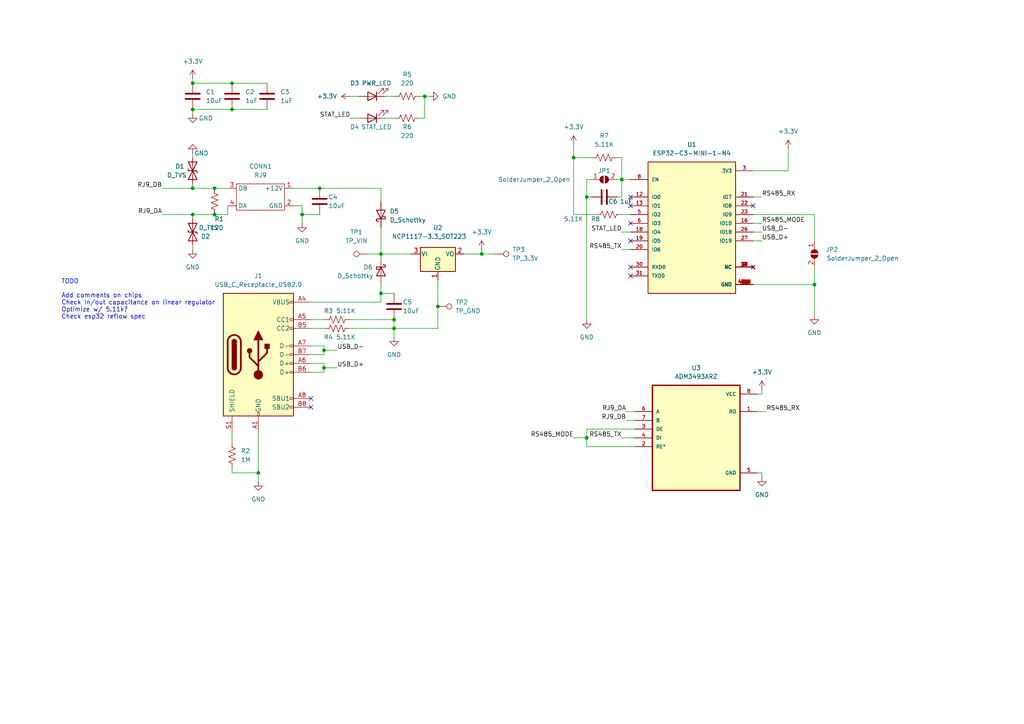
<source format=kicad_sch>
(kicad_sch (version 20211123) (generator eeschema)
  (paper "A4")
  (lib_symbols
    (symbol "Connector:TestPoint" (pin_numbers hide) (pin_names (offset 0.762) hide)
      (property "Reference" "TP" (at 0 6.858 0))
      (property "Value" "TestPoint" (at 0 5.08 0))
      (symbol "TestPoint_0_1"
        (circle (center 0 3.302) (radius 0.762))
      )
      (symbol "TestPoint_1_1"
        (pin passive line (at 0 0 90) (length 2.54) (name "1") (number "1"))
      )
    )
    (symbol "Connector:USB_C_Receptacle_USB2.0" (pin_names (offset 1.016))
      (property "Reference" "J" (at -10.16 19.05 0))
      (property "Value" "USB_C_Receptacle_USB2.0" (at 19.05 19.05 0))
      (symbol "USB_C_Receptacle_USB2.0_0_0"
        (rectangle (start -0.254 -17.78) (end 0.254 -16.764))
        (rectangle (start 10.16 -14.986) (end 9.144 -15.494))
        (rectangle (start 10.16 -12.446) (end 9.144 -12.954))
        (rectangle (start 10.16 -4.826) (end 9.144 -5.334))
        (rectangle (start 10.16 -2.286) (end 9.144 -2.794))
        (rectangle (start 10.16 0.254) (end 9.144 -0.254))
        (rectangle (start 10.16 2.794) (end 9.144 2.286))
        (rectangle (start 10.16 7.874) (end 9.144 7.366))
        (rectangle (start 10.16 10.414) (end 9.144 9.906))
        (rectangle (start 10.16 15.494) (end 9.144 14.986))
      )
      (symbol "USB_C_Receptacle_USB2.0_0_1"
        (rectangle (start -10.16 17.78) (end 10.16 -17.78) (stroke (width 0.254)) (fill (type background)))
        (arc (start -8.89 -3.81) (mid -6.985 -5.715) (end -5.08 -3.81) (stroke (width 0.508)))
        (arc (start -7.62 -3.81) (mid -6.985 -4.445) (end -6.35 -3.81) (stroke (width 0.254)))
        (arc (start -7.62 -3.81) (mid -6.985 -4.445) (end -6.35 -3.81) (stroke (width 0.254)) (fill (type outline)))
        (rectangle (start -7.62 -3.81) (end -6.35 3.81) (stroke (width 0.254)) (fill (type outline)))
        (arc (start -6.35 3.81) (mid -6.985 4.445) (end -7.62 3.81) (stroke (width 0.254)))
        (arc (start -6.35 3.81) (mid -6.985 4.445) (end -7.62 3.81) (stroke (width 0.254)) (fill (type outline)))
        (arc (start -5.08 3.81) (mid -6.985 5.715) (end -8.89 3.81) (stroke (width 0.508)))
        (circle (center -2.54 1.143) (radius 0.635) (stroke (width 0.254)) (fill (type outline)))
        (circle (center 0 -5.842) (radius 1.27) (fill (type outline)))
        (polyline (pts (xy -8.89 -3.81) (xy -8.89 3.81)) (stroke (width 0.508)))
        (polyline (pts (xy -5.08 3.81) (xy -5.08 -3.81)) (stroke (width 0.508)))
        (polyline (pts (xy 0 -5.842) (xy 0 4.318)) (stroke (width 0.508)))
        (polyline (pts (xy 0 -3.302) (xy -2.54 -0.762) (xy -2.54 0.508)) (stroke (width 0.508)))
        (polyline (pts (xy 0 -2.032) (xy 2.54 0.508) (xy 2.54 1.778)) (stroke (width 0.508)))
        (polyline (pts (xy -1.27 4.318) (xy 0 6.858) (xy 1.27 4.318) (xy -1.27 4.318)) (stroke (width 0.254)) (fill (type outline)))
        (rectangle (start 1.905 1.778) (end 3.175 3.048) (stroke (width 0.254)) (fill (type outline)))
      )
      (symbol "USB_C_Receptacle_USB2.0_1_1"
        (pin passive line (at 0 -22.86 90) (length 5.08) (name "GND") (number "A1"))
        (pin passive line (at 0 -22.86 90) (length 5.08) hide (name "GND") (number "A12"))
        (pin passive line (at 15.24 15.24 180) (length 5.08) (name "VBUS") (number "A4"))
        (pin bidirectional line (at 15.24 10.16 180) (length 5.08) (name "CC1") (number "A5"))
        (pin bidirectional line (at 15.24 -2.54 180) (length 5.08) (name "D+") (number "A6"))
        (pin bidirectional line (at 15.24 2.54 180) (length 5.08) (name "D-") (number "A7"))
        (pin bidirectional line (at 15.24 -12.7 180) (length 5.08) (name "SBU1") (number "A8"))
        (pin passive line (at 15.24 15.24 180) (length 5.08) hide (name "VBUS") (number "A9"))
        (pin passive line (at 0 -22.86 90) (length 5.08) hide (name "GND") (number "B1"))
        (pin passive line (at 0 -22.86 90) (length 5.08) hide (name "GND") (number "B12"))
        (pin passive line (at 15.24 15.24 180) (length 5.08) hide (name "VBUS") (number "B4"))
        (pin bidirectional line (at 15.24 7.62 180) (length 5.08) (name "CC2") (number "B5"))
        (pin bidirectional line (at 15.24 -5.08 180) (length 5.08) (name "D+") (number "B6"))
        (pin bidirectional line (at 15.24 0 180) (length 5.08) (name "D-") (number "B7"))
        (pin bidirectional line (at 15.24 -15.24 180) (length 5.08) (name "SBU2") (number "B8"))
        (pin passive line (at 15.24 15.24 180) (length 5.08) hide (name "VBUS") (number "B9"))
        (pin passive line (at -7.62 -22.86 90) (length 5.08) (name "SHIELD") (number "S1"))
      )
    )
    (symbol "Device:C" (pin_numbers hide) (pin_names (offset 0.254))
      (property "Reference" "C" (at 0.635 2.54 0))
      (property "Value" "C" (at 0.635 -2.54 0))
      (symbol "C_0_1"
        (polyline (pts (xy -2.032 -0.762) (xy 2.032 -0.762)) (stroke (width 0.508)))
        (polyline (pts (xy -2.032 0.762) (xy 2.032 0.762)) (stroke (width 0.508)))
      )
      (symbol "C_1_1"
        (pin passive line (at 0 3.81 270) (length 2.794) (name "~") (number "1"))
        (pin passive line (at 0 -3.81 90) (length 2.794) (name "~") (number "2"))
      )
    )
    (symbol "Device:D_Schottky" (pin_numbers hide) (pin_names (offset 1.016) hide)
      (property "Reference" "D" (at 0 2.54 0))
      (property "Value" "D_Schottky" (at 0 -2.54 0))
      (symbol "D_Schottky_0_1"
        (polyline (pts (xy 1.27 0) (xy -1.27 0)))
        (polyline (pts (xy 1.27 1.27) (xy 1.27 -1.27) (xy -1.27 0) (xy 1.27 1.27)) (stroke (width 0.254)))
        (polyline (pts (xy -1.905 0.635) (xy -1.905 1.27) (xy -1.27 1.27) (xy -1.27 -1.27) (xy -0.635 -1.27) (xy -0.635 -0.635)) (stroke (width 0.254)))
      )
      (symbol "D_Schottky_1_1"
        (pin passive line (at -3.81 0 0) (length 2.54) (name "K") (number "1"))
        (pin passive line (at 3.81 0 180) (length 2.54) (name "A") (number "2"))
      )
    )
    (symbol "Device:D_TVS" (pin_numbers hide) (pin_names (offset 1.016) hide)
      (property "Reference" "D" (at 0 2.54 0))
      (property "Value" "D_TVS" (at 0 -2.54 0))
      (symbol "D_TVS_0_1"
        (polyline (pts (xy 1.27 0) (xy -1.27 0)))
        (polyline (pts (xy 0.508 1.27) (xy 0 1.27) (xy 0 -1.27) (xy -0.508 -1.27)) (stroke (width 0.254)))
        (polyline (pts (xy -2.54 1.27) (xy -2.54 -1.27) (xy 2.54 1.27) (xy 2.54 -1.27) (xy -2.54 1.27)) (stroke (width 0.254)))
      )
      (symbol "D_TVS_1_1"
        (pin passive line (at -3.81 0 0) (length 2.54) (name "A1") (number "1"))
        (pin passive line (at 3.81 0 180) (length 2.54) (name "A2") (number "2"))
      )
    )
    (symbol "Device:LED" (pin_numbers hide) (pin_names (offset 1.016) hide)
      (property "Reference" "D" (at 0 2.54 0))
      (property "Value" "LED" (at 0 -2.54 0))
      (symbol "LED_0_1"
        (polyline (pts (xy -1.27 -1.27) (xy -1.27 1.27)) (stroke (width 0.254)))
        (polyline (pts (xy -1.27 0) (xy 1.27 0)))
        (polyline (pts (xy 1.27 -1.27) (xy 1.27 1.27) (xy -1.27 0) (xy 1.27 -1.27)) (stroke (width 0.254)))
        (polyline (pts (xy -3.048 -0.762) (xy -4.572 -2.286) (xy -3.81 -2.286) (xy -4.572 -2.286) (xy -4.572 -1.524)))
        (polyline (pts (xy -1.778 -0.762) (xy -3.302 -2.286) (xy -2.54 -2.286) (xy -3.302 -2.286) (xy -3.302 -1.524)))
      )
      (symbol "LED_1_1"
        (pin passive line (at -3.81 0 0) (length 2.54) (name "K") (number "1"))
        (pin passive line (at 3.81 0 180) (length 2.54) (name "A") (number "2"))
      )
    )
    (symbol "Device:R_US" (pin_numbers hide) (pin_names (offset 0))
      (property "Reference" "R" (at 2.54 0 90))
      (property "Value" "R_US" (at -2.54 0 90))
      (symbol "R_US_0_1"
        (polyline (pts (xy 0 -2.286) (xy 0 -2.54)))
        (polyline (pts (xy 0 2.286) (xy 0 2.54)))
        (polyline (pts (xy 0 -0.762) (xy 1.016 -1.143) (xy 0 -1.524) (xy -1.016 -1.905) (xy 0 -2.286)))
        (polyline (pts (xy 0 0.762) (xy 1.016 0.381) (xy 0 0) (xy -1.016 -0.381) (xy 0 -0.762)))
        (polyline (pts (xy 0 2.286) (xy 1.016 1.905) (xy 0 1.524) (xy -1.016 1.143) (xy 0 0.762)))
      )
      (symbol "R_US_1_1"
        (pin passive line (at 0 3.81 270) (length 1.27) (name "~") (number "1"))
        (pin passive line (at 0 -3.81 90) (length 1.27) (name "~") (number "2"))
      )
    )
    (symbol "ESP32-C3-MINI-1-N4:ESP32-C3-MINI-1-N4" (pin_names (offset 1.016))
      (property "Reference" "U" (at -12.7 18.796 0))
      (property "Value" "ESP32-C3-MINI-1-N4" (at -12.7 -22.86 0))
      (symbol "ESP32-C3-MINI-1-N4_0_0"
        (rectangle (start -12.7 -20.32) (end 12.7 17.78) (stroke (width 0.254)) (fill (type background)))
        (pin power_in line (at 17.78 -17.78 180) (length 5.08) (name "GND") (number "1"))
        (pin no_connect line (at 17.78 -12.7 180) (length 5.08) (name "NC") (number "10"))
        (pin power_in line (at 17.78 -17.78 180) (length 5.08) (name "GND") (number "11"))
        (pin bidirectional line (at -17.78 7.62 0) (length 5.08) (name "IO0") (number "12"))
        (pin bidirectional line (at -17.78 5.08 0) (length 5.08) (name "IO1") (number "13"))
        (pin power_in line (at 17.78 -17.78 180) (length 5.08) (name "GND") (number "14"))
        (pin no_connect line (at 17.78 -12.7 180) (length 5.08) (name "NC") (number "15"))
        (pin bidirectional line (at 17.78 0 180) (length 5.08) (name "IO10") (number "16"))
        (pin no_connect line (at 17.78 -12.7 180) (length 5.08) (name "NC") (number "17"))
        (pin bidirectional line (at -17.78 -2.54 0) (length 5.08) (name "IO4") (number "18"))
        (pin bidirectional line (at -17.78 -5.08 0) (length 5.08) (name "IO5") (number "19"))
        (pin power_in line (at 17.78 -17.78 180) (length 5.08) (name "GND") (number "2"))
        (pin bidirectional line (at -17.78 -7.62 0) (length 5.08) (name "IO6") (number "20"))
        (pin bidirectional line (at 17.78 7.62 180) (length 5.08) (name "IO7") (number "21"))
        (pin bidirectional line (at 17.78 5.08 180) (length 5.08) (name "IO8") (number "22"))
        (pin bidirectional line (at 17.78 2.54 180) (length 5.08) (name "IO9") (number "23"))
        (pin no_connect line (at 17.78 -12.7 180) (length 5.08) (name "NC") (number "24"))
        (pin no_connect line (at 17.78 -12.7 180) (length 5.08) (name "NC") (number "25"))
        (pin bidirectional line (at 17.78 -2.54 180) (length 5.08) (name "IO18") (number "26"))
        (pin bidirectional line (at 17.78 -5.08 180) (length 5.08) (name "IO19") (number "27"))
        (pin no_connect line (at 17.78 -12.7 180) (length 5.08) (name "NC") (number "28"))
        (pin no_connect line (at 17.78 -12.7 180) (length 5.08) (name "NC") (number "29"))
        (pin power_in line (at 17.78 15.24 180) (length 5.08) (name "3V3") (number "3"))
        (pin bidirectional line (at -17.78 -12.7 0) (length 5.08) (name "RXD0") (number "30"))
        (pin bidirectional line (at -17.78 -15.24 0) (length 5.08) (name "TXD0") (number "31"))
        (pin no_connect line (at 17.78 -12.7 180) (length 5.08) (name "NC") (number "32"))
        (pin no_connect line (at 17.78 -12.7 180) (length 5.08) (name "NC") (number "33"))
        (pin no_connect line (at 17.78 -12.7 180) (length 5.08) (name "NC") (number "34"))
        (pin no_connect line (at 17.78 -12.7 180) (length 5.08) (name "NC") (number "35"))
        (pin power_in line (at 17.78 -17.78 180) (length 5.08) (name "GND") (number "36"))
        (pin power_in line (at 17.78 -17.78 180) (length 5.08) (name "GND") (number "37"))
        (pin power_in line (at 17.78 -17.78 180) (length 5.08) (name "GND") (number "38"))
        (pin power_in line (at 17.78 -17.78 180) (length 5.08) (name "GND") (number "39"))
        (pin no_connect line (at 17.78 -12.7 180) (length 5.08) (name "NC") (number "4"))
        (pin power_in line (at 17.78 -17.78 180) (length 5.08) (name "GND") (number "40"))
        (pin power_in line (at 17.78 -17.78 180) (length 5.08) (name "GND") (number "41"))
        (pin power_in line (at 17.78 -17.78 180) (length 5.08) (name "GND") (number "42"))
        (pin power_in line (at 17.78 -17.78 180) (length 5.08) (name "GND") (number "43"))
        (pin power_in line (at 17.78 -17.78 180) (length 5.08) (name "GND") (number "44"))
        (pin power_in line (at 17.78 -17.78 180) (length 5.08) (name "GND") (number "45"))
        (pin power_in line (at 17.78 -17.78 180) (length 5.08) (name "GND") (number "46"))
        (pin power_in line (at 17.78 -17.78 180) (length 5.08) (name "GND") (number "47"))
        (pin power_in line (at 17.78 -17.78 180) (length 5.08) (name "GND") (number "48"))
        (pin power_in line (at 17.78 -17.78 180) (length 5.08) (name "GND") (number "49_1"))
        (pin power_in line (at 17.78 -17.78 180) (length 5.08) (name "GND") (number "49_2"))
        (pin power_in line (at 17.78 -17.78 180) (length 5.08) (name "GND") (number "49_3"))
        (pin power_in line (at 17.78 -17.78 180) (length 5.08) (name "GND") (number "49_4"))
        (pin power_in line (at 17.78 -17.78 180) (length 5.08) (name "GND") (number "49_5"))
        (pin power_in line (at 17.78 -17.78 180) (length 5.08) (name "GND") (number "49_6"))
        (pin power_in line (at 17.78 -17.78 180) (length 5.08) (name "GND") (number "49_7"))
        (pin power_in line (at 17.78 -17.78 180) (length 5.08) (name "GND") (number "49_8"))
        (pin power_in line (at 17.78 -17.78 180) (length 5.08) (name "GND") (number "49_9"))
        (pin bidirectional line (at -17.78 2.54 0) (length 5.08) (name "IO2") (number "5"))
        (pin power_in line (at 17.78 -17.78 180) (length 5.08) (name "GND") (number "50"))
        (pin power_in line (at 17.78 -17.78 180) (length 5.08) (name "GND") (number "51"))
        (pin power_in line (at 17.78 -17.78 180) (length 5.08) (name "GND") (number "52"))
        (pin power_in line (at 17.78 -17.78 180) (length 5.08) (name "GND") (number "53"))
        (pin bidirectional line (at -17.78 0 0) (length 5.08) (name "IO3") (number "6"))
        (pin no_connect line (at 17.78 -12.7 180) (length 5.08) (name "NC") (number "7"))
        (pin input line (at -17.78 12.7 0) (length 5.08) (name "EN") (number "8"))
        (pin no_connect line (at 17.78 -12.7 180) (length 5.08) (name "NC") (number "9"))
      )
    )
    (symbol "Jumper:SolderJumper_2_Open" (pin_names (offset 0) hide)
      (property "Reference" "JP" (at 0 2.032 0))
      (property "Value" "SolderJumper_2_Open" (at 0 -2.54 0))
      (symbol "SolderJumper_2_Open_0_1"
        (arc (start -0.254 1.016) (mid -1.27 0) (end -0.254 -1.016))
        (arc (start -0.254 1.016) (mid -1.27 0) (end -0.254 -1.016) (fill (type outline)))
        (polyline (pts (xy -0.254 1.016) (xy -0.254 -1.016)))
        (polyline (pts (xy 0.254 1.016) (xy 0.254 -1.016)))
        (arc (start 0.254 -1.016) (mid 1.27 0) (end 0.254 1.016))
        (arc (start 0.254 -1.016) (mid 1.27 0) (end 0.254 1.016) (fill (type outline)))
      )
      (symbol "SolderJumper_2_Open_1_1"
        (pin passive line (at -3.81 0 0) (length 2.54) (name "A") (number "1"))
        (pin passive line (at 3.81 0 180) (length 2.54) (name "B") (number "2"))
      )
    )
    (symbol "RJ9:RJ9"
      (property "Reference" "CONN" (at 0 5.08 0))
      (property "Value" "RJ9" (at 0 7.62 0))
      (symbol "RJ9_0_1"
        (rectangle (start -6.35 3.81) (end 7.62 -3.81))
      )
      (symbol "RJ9_1_1"
        (pin power_in line (at -8.89 2.54 0) (length 2.54) (name "+12V") (number "1"))
        (pin power_in line (at -8.89 -2.54 0) (length 2.54) (name "GND") (number "2"))
        (pin bidirectional line (at 10.16 2.54 180) (length 2.54) (name "DB") (number "3"))
        (pin bidirectional line (at 10.16 -2.54 180) (length 2.54) (name "DA") (number "4"))
      )
    )
    (symbol "RS485_Transceiver:ADM3493ARZ" (pin_names (offset 1.016))
      (property "Reference" "U" (at -12.7 16.2306 0))
      (property "Value" "ADM3493ARZ" (at -12.7 -19.2278 0))
      (symbol "ADM3493ARZ_0_0"
        (rectangle (start -12.7 -15.24) (end 12.7 15.24) (stroke (width 0.4064)) (fill (type background)))
        (pin output line (at 17.78 7.62 180) (length 5.08) (name "RO") (number "1"))
        (pin input line (at -17.78 -2.54 0) (length 5.08) (name "RE*") (number "2"))
        (pin input line (at -17.78 2.54 0) (length 5.08) (name "DE") (number "3"))
        (pin input line (at -17.78 0 0) (length 5.08) (name "DI") (number "4"))
        (pin power_in line (at 17.78 -10.16 180) (length 5.08) (name "GND") (number "5"))
        (pin input line (at -17.78 7.62 0) (length 5.08) (name "A") (number "6"))
        (pin input line (at -17.78 5.08 0) (length 5.08) (name "B") (number "7"))
        (pin power_in line (at 17.78 12.7 180) (length 5.08) (name "VCC") (number "8"))
      )
    )
    (symbol "Regulator_Linear:NCP1117-3.3_SOT223" (pin_names (offset 0.254))
      (property "Reference" "U" (at -3.81 3.175 0))
      (property "Value" "NCP1117-3.3_SOT223" (at 0 3.175 0))
      (symbol "NCP1117-3.3_SOT223_0_1"
        (rectangle (start -5.08 -5.08) (end 5.08 1.905) (stroke (width 0.254)) (fill (type background)))
      )
      (symbol "NCP1117-3.3_SOT223_1_1"
        (pin power_in line (at 0 -7.62 90) (length 2.54) (name "GND") (number "1"))
        (pin power_out line (at 7.62 0 180) (length 2.54) (name "VO") (number "2"))
        (pin power_in line (at -7.62 0 0) (length 2.54) (name "VI") (number "3"))
      )
    )
    (symbol "power:+3.3V" (power) (pin_names (offset 0))
      (property "Value" "+3.3V" (at 0 3.556 0))
      (symbol "+3.3V_0_1"
        (polyline (pts (xy -0.762 1.27) (xy 0 2.54)))
        (polyline (pts (xy 0 0) (xy 0 2.54)))
        (polyline (pts (xy 0 2.54) (xy 0.762 1.27)))
      )
      (symbol "+3.3V_1_1"
        (pin power_in line (at 0 0 90) (length 0) hide (name "+3.3V") (number "1"))
      )
    )
    (symbol "power:GND" (power) (pin_names (offset 0))
      (property "Value" "GND" (at 0 -3.81 0))
      (symbol "GND_0_1"
        (polyline (pts (xy 0 0) (xy 0 -1.27) (xy 1.27 -1.27) (xy 0 -2.54) (xy -1.27 -1.27) (xy 0 -1.27)))
      )
      (symbol "GND_1_1"
        (pin power_in line (at 0 0 270) (length 0) hide (name "GND") (number "1"))
      )
    )
  )
  (junction (at 74.93 137.16))
  (junction (at 55.88 62.23))
  (junction (at 93.98 101.6))
  (junction (at 139.7 73.66))
  (junction (at 62.23 54.61))
  (junction (at 170.18 57.15))
  (junction (at 55.88 54.61))
  (junction (at 114.3 92.71))
  (junction (at 180.34 52.07))
  (junction (at 93.98 106.68))
  (junction (at 62.23 62.23))
  (junction (at 67.31 24.13))
  (junction (at 55.88 24.13))
  (junction (at 123.19 27.94))
  (junction (at 110.49 73.66))
  (junction (at 67.31 31.75))
  (junction (at 55.88 31.75))
  (junction (at 87.63 62.23))
  (junction (at 110.49 85.09))
  (junction (at 92.71 54.61))
  (junction (at 236.22 82.55))
  (junction (at 170.18 127))
  (junction (at 114.3 95.25))
  (junction (at 166.37 45.72))
  (junction (at 127 88.9))
  (no_connect (at 182.88 64.77))
  (no_connect (at 218.44 59.69))
  (no_connect (at 182.88 80.01))
  (no_connect (at 182.88 77.47))
  (no_connect (at 218.44 77.47))
  (no_connect (at 90.17 115.57))
  (no_connect (at 182.88 59.69))
  (no_connect (at 182.88 69.85))
  (no_connect (at 182.88 57.15))
  (no_connect (at 90.17 118.11))
  (wire (pts (xy 111.76 27.94) (xy 114.3 27.94)))
  (wire (pts (xy 170.18 129.54) (xy 184.15 129.54)))
  (wire (pts (xy 67.31 24.13) (xy 77.47 24.13)))
  (wire (pts (xy 218.44 69.85) (xy 220.98 69.85)))
  (wire (pts (xy 180.34 72.39) (xy 182.88 72.39)))
  (wire (pts (xy 180.34 52.07) (xy 182.88 52.07)))
  (wire (pts (xy 121.92 27.94) (xy 123.19 27.94)))
  (wire (pts (xy 93.98 102.87) (xy 90.17 102.87)))
  (wire (pts (xy 110.49 85.09) (xy 114.3 85.09)))
  (wire (pts (xy 180.34 45.72) (xy 180.34 52.07)))
  (wire (pts (xy 179.07 52.07) (xy 180.34 52.07)))
  (wire (pts (xy 46.99 54.61) (xy 55.88 54.61)))
  (wire (pts (xy 111.76 34.29) (xy 114.3 34.29)))
  (wire (pts (xy 139.7 73.66) (xy 143.51 73.66)))
  (wire (pts (xy 93.98 101.6) (xy 97.79 101.6)))
  (wire (pts (xy 127 95.25) (xy 114.3 95.25)))
  (wire (pts (xy 62.23 62.23) (xy 66.04 62.23)))
  (wire (pts (xy 170.18 52.07) (xy 170.18 57.15)))
  (wire (pts (xy 184.15 124.46) (xy 170.18 124.46)))
  (wire (pts (xy 92.71 62.23) (xy 87.63 62.23)))
  (wire (pts (xy 110.49 54.61) (xy 110.49 58.42)))
  (wire (pts (xy 127 88.9) (xy 127 95.25)))
  (wire (pts (xy 166.37 41.91) (xy 166.37 45.72)))
  (wire (pts (xy 55.88 54.61) (xy 62.23 54.61)))
  (wire (pts (xy 181.61 119.38) (xy 184.15 119.38)))
  (wire (pts (xy 218.44 62.23) (xy 236.22 62.23)))
  (wire (pts (xy 110.49 73.66) (xy 119.38 73.66)))
  (wire (pts (xy 55.88 53.34) (xy 55.88 54.61)))
  (wire (pts (xy 67.31 137.16) (xy 74.93 137.16)))
  (wire (pts (xy 171.45 52.07) (xy 170.18 52.07)))
  (wire (pts (xy 93.98 107.95) (xy 90.17 107.95)))
  (wire (pts (xy 93.98 100.33) (xy 93.98 101.6)))
  (wire (pts (xy 218.44 67.31) (xy 220.98 67.31)))
  (wire (pts (xy 55.88 63.5) (xy 55.88 62.23)))
  (wire (pts (xy 87.63 59.69) (xy 85.09 59.69)))
  (wire (pts (xy 67.31 125.73) (xy 67.31 128.27)))
  (wire (pts (xy 228.6 43.18) (xy 228.6 49.53)))
  (wire (pts (xy 87.63 64.77) (xy 87.63 62.23)))
  (wire (pts (xy 62.23 54.61) (xy 66.04 54.61)))
  (wire (pts (xy 55.88 44.45) (xy 55.88 45.72)))
  (wire (pts (xy 180.34 62.23) (xy 182.88 62.23)))
  (wire (pts (xy 114.3 92.71) (xy 114.3 95.25)))
  (wire (pts (xy 93.98 101.6) (xy 93.98 102.87)))
  (wire (pts (xy 93.98 106.68) (xy 97.79 106.68)))
  (wire (pts (xy 139.7 73.66) (xy 134.62 73.66)))
  (wire (pts (xy 220.98 138.43) (xy 220.98 137.16)))
  (wire (pts (xy 166.37 127) (xy 170.18 127)))
  (wire (pts (xy 55.88 31.75) (xy 67.31 31.75)))
  (wire (pts (xy 166.37 45.72) (xy 166.37 62.23)))
  (wire (pts (xy 180.34 67.31) (xy 182.88 67.31)))
  (wire (pts (xy 110.49 82.55) (xy 110.49 85.09)))
  (wire (pts (xy 90.17 87.63) (xy 110.49 87.63)))
  (wire (pts (xy 170.18 57.15) (xy 170.18 92.71)))
  (wire (pts (xy 166.37 62.23) (xy 172.72 62.23)))
  (wire (pts (xy 55.88 24.13) (xy 67.31 24.13)))
  (wire (pts (xy 66.04 62.23) (xy 66.04 59.69)))
  (wire (pts (xy 114.3 95.25) (xy 114.3 97.79)))
  (wire (pts (xy 166.37 45.72) (xy 171.45 45.72)))
  (wire (pts (xy 220.98 114.3) (xy 219.71 114.3)))
  (wire (pts (xy 101.6 34.29) (xy 104.14 34.29)))
  (wire (pts (xy 90.17 92.71) (xy 93.98 92.71)))
  (wire (pts (xy 127 81.28) (xy 127 88.9)))
  (wire (pts (xy 170.18 57.15) (xy 171.45 57.15)))
  (wire (pts (xy 101.6 27.94) (xy 104.14 27.94)))
  (wire (pts (xy 181.61 121.92) (xy 184.15 121.92)))
  (wire (pts (xy 121.92 34.29) (xy 123.19 34.29)))
  (wire (pts (xy 93.98 105.41) (xy 93.98 106.68)))
  (wire (pts (xy 92.71 54.61) (xy 110.49 54.61)))
  (wire (pts (xy 219.71 119.38) (xy 222.25 119.38)))
  (wire (pts (xy 106.68 73.66) (xy 110.49 73.66)))
  (wire (pts (xy 180.34 52.07) (xy 180.34 57.15)))
  (wire (pts (xy 90.17 105.41) (xy 93.98 105.41)))
  (wire (pts (xy 170.18 127) (xy 170.18 129.54)))
  (wire (pts (xy 228.6 49.53) (xy 218.44 49.53)))
  (wire (pts (xy 67.31 135.89) (xy 67.31 137.16)))
  (wire (pts (xy 55.88 31.75) (xy 55.88 33.02)))
  (wire (pts (xy 90.17 95.25) (xy 93.98 95.25)))
  (wire (pts (xy 101.6 92.71) (xy 114.3 92.71)))
  (wire (pts (xy 87.63 59.69) (xy 87.63 62.23)))
  (wire (pts (xy 93.98 106.68) (xy 93.98 107.95)))
  (wire (pts (xy 85.09 54.61) (xy 92.71 54.61)))
  (wire (pts (xy 110.49 73.66) (xy 110.49 74.93)))
  (wire (pts (xy 74.93 125.73) (xy 74.93 137.16)))
  (wire (pts (xy 139.7 72.39) (xy 139.7 73.66)))
  (wire (pts (xy 218.44 64.77) (xy 220.98 64.77)))
  (wire (pts (xy 236.22 77.47) (xy 236.22 82.55)))
  (wire (pts (xy 123.19 34.29) (xy 123.19 27.94)))
  (wire (pts (xy 101.6 95.25) (xy 114.3 95.25)))
  (wire (pts (xy 218.44 57.15) (xy 220.98 57.15)))
  (wire (pts (xy 46.99 62.23) (xy 55.88 62.23)))
  (wire (pts (xy 220.98 113.03) (xy 220.98 114.3)))
  (wire (pts (xy 55.88 72.39) (xy 55.88 71.12)))
  (wire (pts (xy 236.22 69.85) (xy 236.22 62.23)))
  (wire (pts (xy 55.88 22.86) (xy 55.88 24.13)))
  (wire (pts (xy 236.22 82.55) (xy 236.22 91.44)))
  (wire (pts (xy 180.34 127) (xy 184.15 127)))
  (wire (pts (xy 218.44 82.55) (xy 236.22 82.55)))
  (wire (pts (xy 110.49 66.04) (xy 110.49 73.66)))
  (wire (pts (xy 180.34 57.15) (xy 179.07 57.15)))
  (wire (pts (xy 110.49 85.09) (xy 110.49 87.63)))
  (wire (pts (xy 90.17 100.33) (xy 93.98 100.33)))
  (wire (pts (xy 170.18 124.46) (xy 170.18 127)))
  (wire (pts (xy 74.93 137.16) (xy 74.93 139.7)))
  (wire (pts (xy 179.07 45.72) (xy 180.34 45.72)))
  (wire (pts (xy 67.31 31.75) (xy 77.47 31.75)))
  (wire (pts (xy 123.19 27.94) (xy 124.46 27.94)))
  (wire (pts (xy 220.98 137.16) (xy 219.71 137.16)))
  (wire (pts (xy 55.88 62.23) (xy 62.23 62.23)))
  (text "TODO\n\nAdd comments on chips\nCheck In/out capacitance on linear regulator\nOptimize w/ 5.11k?\nCheck esp32 reflow spec" (at 17.78 92.71 0) (effects (font (size 1.27 1.27)) (justify left bottom)))
  (label "RJ9_DB" (at 46.99 54.61 180))
  (label "RJ9_DB" (at 181.61 121.92 180))
  (label "RS485_MODE" (at 220.98 64.77 0))
  (label "USB_D-" (at 97.79 101.6 0))
  (label "USB_D+" (at 220.98 69.85 0))
  (label "RS485_TX" (at 180.34 127 180))
  (label "USB_D-" (at 220.98 67.31 0))
  (label "RJ9_DA" (at 46.99 62.23 180))
  (label "STAT_LED" (at 101.6 34.29 180))
  (label "RS485_RX" (at 220.98 57.15 0))
  (label "RS485_MODE" (at 166.37 127 180))
  (label "RJ9_DA" (at 181.61 119.38 180))
  (label "USB_D+" (at 97.79 106.68 0))
  (label "RS485_RX" (at 222.25 119.38 0))
  (label "STAT_LED" (at 180.34 67.31 180))
  (label "RS485_TX" (at 180.34 72.39 180))
  (symbol (lib_id "Device:C") (at 67.31 27.94 0) (unit 1)
    (property "Reference" "C2" (at 71.12 26.6699 0) (effects (justify left)))
    (property "Value" "1uF" (at 71.12 29.2099 0) (effects (justify left)))
    (property "Footprint" "Capacitor_SMD:C_0805_2012Metric_Pad1.18x1.45mm_HandSolder" (effects hide))
  )
  (symbol (lib_id "Device:R_US") (at 62.23 58.42 0) (unit 1)
    (property "Reference" "R1" (at 62.23 63.5 0) (effects (justify left)))
    (property "Value" "120" (at 60.96 66.04 0) (effects (justify left)))
    (property "Footprint" "Resistor_SMD:R_0805_2012Metric_Pad1.20x1.40mm_HandSolder" (effects hide))
  )
  (symbol (lib_id "power:GND") (at 55.88 44.45 180) (unit 1)
    (property "Reference" "#PWR0101" (effects hide))
    (property "Value" "GND" (at 58.42 44.45 0))
  )
  (symbol (lib_id "power:+3.3V") (at 228.6 43.18 0) (unit 1)
    (property "Reference" "#PWR0115" (effects hide))
    (property "Value" "+3.3V" (at 228.6 38.1 0))
  )
  (symbol (lib_id "power:+3.3V") (at 55.88 22.86 0) (unit 1)
    (property "Reference" "#PWR0105" (effects hide))
    (property "Value" "+3.3V" (at 55.88 17.78 0))
  )
  (symbol (lib_id "Device:LED") (at 107.95 27.94 180) (unit 1)
    (property "Reference" "D3" (at 102.87 24.13 0))
    (property "Value" "PWR_LED" (at 109.22 24.13 0))
    (property "Footprint" "LED_SMD:LED_0805_2012Metric_Pad1.15x1.40mm_HandSolder" (effects hide))
  )
  (symbol (lib_id "power:GND") (at 87.63 64.77 0) (unit 1)
    (property "Reference" "#PWR0102" (effects hide))
    (property "Value" "GND" (at 87.63 69.85 0))
  )
  (symbol (lib_id "Connector:USB_C_Receptacle_USB2.0") (at 74.93 102.87 0) (unit 1)
    (property "Reference" "J1" (at 74.93 80.01 0))
    (property "Value" "USB_C_Receptacle_USB2.0" (at 74.93 82.55 0))
    (property "Footprint" "Connector_USB:USB_C_Receptacle_GCT_USB4085" (effects hide))
    (property "Datasheet" "https://www.usb.org/sites/default/files/documents/usb_type-c.zip" (effects hide))
  )
  (symbol (lib_id "Device:D_Schottky") (at 110.49 62.23 90) (unit 1)
    (property "Reference" "D5" (at 113.03 61.2774 90) (effects (justify right)))
    (property "Value" "D_Schottky" (at 113.03 63.8174 90) (effects (justify right)))
    (property "Footprint" "Diode_SMD:D_SOD-323_HandSoldering" (effects hide))
  )
  (symbol (lib_id "power:GND") (at 220.98 138.43 0) (unit 1)
    (property "Reference" "#PWR0108" (effects hide))
    (property "Value" "GND" (at 220.98 143.51 0))
  )
  (symbol (lib_id "Device:R_US") (at 175.26 45.72 90) (unit 1)
    (property "Reference" "R7" (at 175.26 39.37 90))
    (property "Value" "5.11K" (at 175.26 41.91 90))
    (property "Footprint" "Resistor_SMD:R_0805_2012Metric_Pad1.20x1.40mm_HandSolder" (effects hide))
  )
  (symbol (lib_id "power:GND") (at 236.22 91.44 0) (unit 1)
    (property "Reference" "#PWR0116" (effects hide))
    (property "Value" "GND" (at 236.22 96.52 0))
  )
  (symbol (lib_id "Connector:TestPoint") (at 143.51 73.66 270) (unit 1)
    (property "Reference" "TP3" (at 148.59 72.3899 90) (effects (justify left)))
    (property "Value" "TP_3.3V" (at 148.59 74.9299 90) (effects (justify left)))
    (property "Footprint" "TestPoint:TestPoint_Pad_D1.5mm" (effects hide))
  )
  (symbol (lib_id "Device:C") (at 77.47 27.94 0) (unit 1)
    (property "Reference" "C3" (at 81.28 26.6699 0) (effects (justify left)))
    (property "Value" "1uF" (at 81.28 29.2099 0) (effects (justify left)))
    (property "Footprint" "Capacitor_SMD:C_0805_2012Metric_Pad1.18x1.45mm_HandSolder" (effects hide))
  )
  (symbol (lib_id "Regulator_Linear:NCP1117-3.3_SOT223") (at 127 73.66 0) (unit 1)
    (property "Reference" "U2" (at 127 66.04 0))
    (property "Value" "NCP1117-3.3_SOT223" (at 124.46 68.58 0))
    (property "Footprint" "Package_TO_SOT_SMD:SOT-223-3_TabPin2" (effects hide))
    (property "Datasheet" "http://www.onsemi.com/pub_link/Collateral/NCP1117-D.PDF" (effects hide))
  )
  (symbol (lib_id "Device:R_US") (at 97.79 92.71 90) (unit 1)
    (property "Reference" "R3" (at 95.25 90.17 90))
    (property "Value" "5.11K" (at 100.33 90.17 90))
    (property "Footprint" "Resistor_SMD:R_0805_2012Metric_Pad1.20x1.40mm_HandSolder" (effects hide))
  )
  (symbol (lib_id "Device:R_US") (at 118.11 27.94 90) (unit 1)
    (property "Reference" "R5" (at 118.11 21.59 90))
    (property "Value" "220" (at 118.11 24.13 90))
    (property "Footprint" "Resistor_SMD:R_0805_2012Metric_Pad1.20x1.40mm_HandSolder" (effects hide))
  )
  (symbol (lib_id "Jumper:SolderJumper_2_Open") (at 236.22 73.66 90) (mirror x) (unit 1)
    (property "Reference" "JP2" (at 241.3 72.39 90))
    (property "Value" "SolderJumper_2_Open" (at 250.19 74.93 90))
    (property "Footprint" "Jumper:SolderJumper-2_P1.3mm_Open_RoundedPad1.0x1.5mm" (effects hide))
  )
  (symbol (lib_id "Device:D_TVS") (at 55.88 49.53 90) (unit 1)
    (property "Reference" "D1" (at 50.8 48.26 90) (effects (justify right)))
    (property "Value" "D_TVS" (at 48.4056 50.8 90) (effects (justify right)))
    (property "Footprint" "Diode_SMD:D_SMA_Handsoldering" (effects hide))
  )
  (symbol (lib_id "power:GND") (at 74.93 139.7 0) (unit 1)
    (property "Reference" "#PWR0114" (effects hide))
    (property "Value" "GND" (at 74.93 144.78 0))
  )
  (symbol (lib_id "Device:C") (at 175.26 57.15 270) (unit 1)
    (property "Reference" "C6" (at 177.8 58.42 90))
    (property "Value" "1uF" (at 181.61 58.42 90))
    (property "Footprint" "Capacitor_SMD:C_0805_2012Metric_Pad1.18x1.45mm_HandSolder" (effects hide))
  )
  (symbol (lib_id "power:+3.3V") (at 220.98 113.03 0) (unit 1)
    (property "Reference" "#PWR0109" (effects hide))
    (property "Value" "+3.3V" (at 220.98 107.95 0))
  )
  (symbol (lib_id "Device:C") (at 92.71 58.42 0) (unit 1)
    (property "Reference" "C4" (at 95.25 57.15 0) (effects (justify left)))
    (property "Value" "10uF" (at 95.25 59.69 0) (effects (justify left)))
    (property "Footprint" "Capacitor_SMD:C_0805_2012Metric_Pad1.18x1.45mm_HandSolder" (effects hide))
  )
  (symbol (lib_id "power:GND") (at 124.46 27.94 90) (unit 1)
    (property "Reference" "#PWR0112" (effects hide))
    (property "Value" "GND" (at 128.27 27.9399 90) (effects (justify right)))
  )
  (symbol (lib_id "power:GND") (at 114.3 97.79 0) (unit 1)
    (property "Reference" "#PWR0106" (effects hide))
    (property "Value" "GND" (at 114.3 102.87 0))
  )
  (symbol (lib_id "Device:R_US") (at 118.11 34.29 90) (unit 1)
    (property "Reference" "R6" (at 118.11 36.83 90))
    (property "Value" "220" (at 118.11 39.37 90))
    (property "Footprint" "Resistor_SMD:R_0805_2012Metric_Pad1.20x1.40mm_HandSolder" (effects hide))
  )
  (symbol (lib_id "RJ9:RJ9") (at 76.2 57.15 0) (mirror y) (unit 1)
    (property "Reference" "CONN1" (at 75.565 48.26 0))
    (property "Value" "RJ9" (at 75.565 50.8 0))
    (property "Footprint" "RJ9:RJ9_Jack" (effects hide))
  )
  (symbol (lib_id "Device:D_TVS") (at 55.88 67.31 270) (unit 1)
    (property "Reference" "D2" (at 60.96 68.58 90) (effects (justify right)))
    (property "Value" "D_TVS" (at 63.3544 66.04 90) (effects (justify right)))
    (property "Footprint" "Diode_SMD:D_SMA_Handsoldering" (effects hide))
  )
  (symbol (lib_id "Device:D_Schottky") (at 110.49 78.74 270) (unit 1)
    (property "Reference" "D6" (at 105.41 77.47 90) (effects (justify left)))
    (property "Value" "D_Schottky" (at 97.79 80.01 90) (effects (justify left)))
    (property "Footprint" "Diode_SMD:D_SOD-323_HandSoldering" (effects hide))
  )
  (symbol (lib_id "Device:C") (at 114.3 88.9 0) (unit 1)
    (property "Reference" "C5" (at 116.84 87.63 0) (effects (justify left)))
    (property "Value" "10uF" (at 116.84 90.17 0) (effects (justify left)))
    (property "Footprint" "Capacitor_SMD:C_0805_2012Metric_Pad1.18x1.45mm_HandSolder" (effects hide))
  )
  (symbol (lib_id "power:GND") (at 55.88 72.39 0) (unit 1)
    (property "Reference" "#PWR0103" (effects hide))
    (property "Value" "GND" (at 55.88 77.47 0))
  )
  (symbol (lib_id "power:+3.3V") (at 101.6 27.94 90) (unit 1)
    (property "Reference" "#PWR0113" (effects hide))
    (property "Value" "+3.3V" (at 97.79 27.9399 90) (effects (justify left)))
  )
  (symbol (lib_id "RS485_Transceiver:ADM3493ARZ") (at 201.93 127 0) (unit 1)
    (property "Reference" "U3" (at 201.93 106.68 0))
    (property "Value" "ADM3493ARZ" (at 201.93 109.22 0))
    (property "Footprint" "RS485_tran:SOIC127P600X175-8N" (effects hide))
  )
  (symbol (lib_id "Device:C") (at 55.88 27.94 0) (unit 1)
    (property "Reference" "C1" (at 59.69 26.6699 0) (effects (justify left)))
    (property "Value" "10uF" (at 59.69 29.2099 0) (effects (justify left)))
    (property "Footprint" "Capacitor_SMD:C_0805_2012Metric_Pad1.18x1.45mm_HandSolder" (effects hide))
  )
  (symbol (lib_id "Device:LED") (at 107.95 34.29 180) (unit 1)
    (property "Reference" "D4" (at 102.87 36.83 0))
    (property "Value" "STAT_LED" (at 109.22 36.83 0))
    (property "Footprint" "LED_SMD:LED_0805_2012Metric_Pad1.15x1.40mm_HandSolder" (effects hide))
  )
  (symbol (lib_id "Connector:TestPoint") (at 106.68 73.66 90) (unit 1)
    (property "Reference" "TP1" (at 103.378 67.31 90))
    (property "Value" "TP_VIN" (at 103.378 69.85 90))
    (property "Footprint" "TestPoint:TestPoint_Pad_D1.5mm" (effects hide))
  )
  (symbol (lib_id "power:GND") (at 55.88 33.02 0) (unit 1)
    (property "Reference" "#PWR0104" (effects hide))
    (property "Value" "GND" (at 59.69 34.29 0))
  )
  (symbol (lib_id "Jumper:SolderJumper_2_Open") (at 175.26 52.07 0) (unit 1)
    (property "Reference" "JP1" (at 175.26 49.53 0))
    (property "Value" "SolderJumper_2_Open" (at 154.94 52.07 0))
    (property "Footprint" "Jumper:SolderJumper-2_P1.3mm_Open_RoundedPad1.0x1.5mm" (effects hide))
  )
  (symbol (lib_id "ESP32-C3-MINI-1-N4:ESP32-C3-MINI-1-N4") (at 200.66 64.77 0) (unit 1)
    (property "Reference" "U1" (at 200.66 41.91 0))
    (property "Value" "ESP32-C3-MINI-1-N4" (at 200.66 44.45 0))
    (property "Footprint" "ESP32-C3-MINI:XCVR_ESP32-C3-MINI-1-N4" (effects hide))
    (property "PARTREV" "v1.0" (effects hide))
    (property "STANDARD" "Manufacturer Recommendations" (effects hide))
    (property "MAXIMUM_PACKAGE_HEIGHT" "2.55mm" (effects hide))
    (property "MANUFACTURER" "Espressif Systems" (effects hide))
  )
  (symbol (lib_id "power:+3.3V") (at 139.7 72.39 0) (unit 1)
    (property "Reference" "#PWR0111" (effects hide))
    (property "Value" "+3.3V" (at 139.7 67.31 0))
  )
  (symbol (lib_id "Device:R_US") (at 97.79 95.25 90) (unit 1)
    (property "Reference" "R4" (at 95.25 97.79 90))
    (property "Value" "5.11K" (at 100.33 97.79 90))
    (property "Footprint" "Resistor_SMD:R_0805_2012Metric_Pad1.20x1.40mm_HandSolder" (effects hide))
  )
  (symbol (lib_id "power:+3.3V") (at 166.37 41.91 0) (unit 1)
    (property "Reference" "#PWR0110" (effects hide))
    (property "Value" "+3.3V" (at 166.37 36.83 0))
  )
  (symbol (lib_id "power:GND") (at 170.18 92.71 0) (unit 1)
    (property "Reference" "#PWR0107" (effects hide))
    (property "Value" "GND" (at 170.18 97.79 0))
  )
  (symbol (lib_id "Device:R_US") (at 67.31 132.08 0) (unit 1)
    (property "Reference" "R2" (at 69.85 130.8099 0) (effects (justify left)))
    (property "Value" "1M" (at 69.85 133.3499 0) (effects (justify left)))
    (property "Footprint" "Resistor_SMD:R_0805_2012Metric_Pad1.20x1.40mm_HandSolder" (effects hide))
  )
  (symbol (lib_id "Device:R_US") (at 176.53 62.23 90) (unit 1)
    (property "Reference" "R8" (at 172.72 63.5 90))
    (property "Value" "5.11K" (at 166.37 63.5 90))
    (property "Footprint" "Resistor_SMD:R_0805_2012Metric_Pad1.20x1.40mm_HandSolder" (effects hide))
  )
  (symbol (lib_id "Connector:TestPoint") (at 127 88.9 270) (unit 1)
    (property "Reference" "TP2" (at 132.08 87.6299 90) (effects (justify left)))
    (property "Value" "TP_GND" (at 132.08 90.1699 90) (effects (justify left)))
    (property "Footprint" "TestPoint:TestPoint_Pad_D1.5mm" (effects hide))
  )
)
</source>
